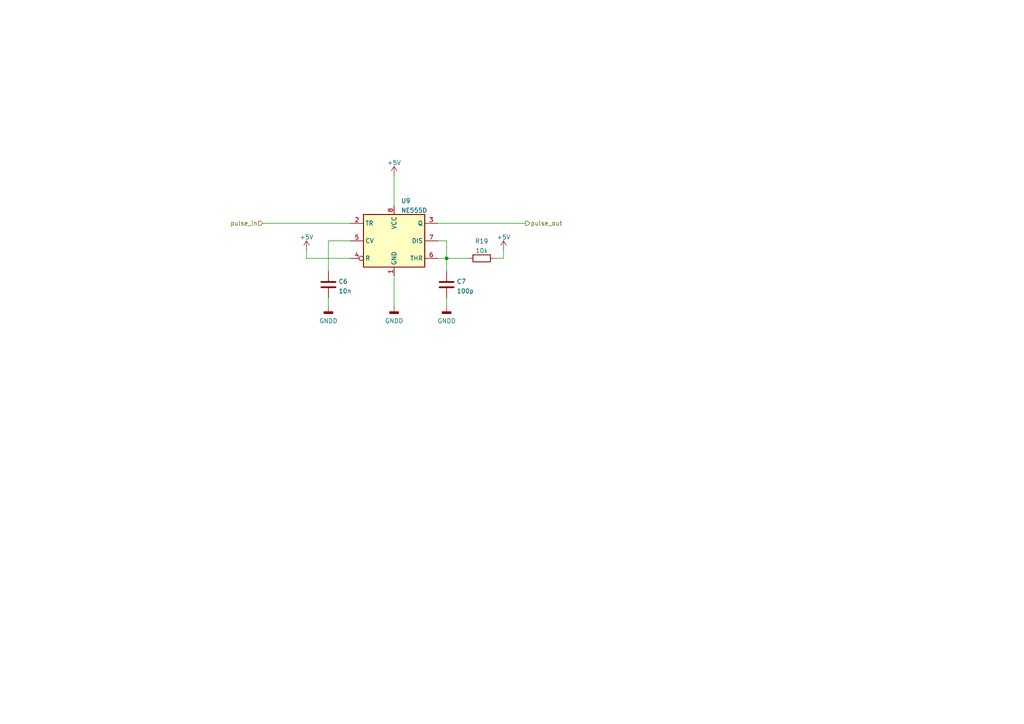
<source format=kicad_sch>
(kicad_sch (version 20211123) (generator eeschema)
  (paper "A4")
  (lib_symbols
    (symbol "Device:C" (pin_numbers hide) (pin_names (offset 0.254))
      (property "Reference" "C" (at 0.635 2.54 0))
      (property "Value" "C" (at 0.635 -2.54 0))
      (symbol "C_0_1"
        (polyline (pts (xy -2.032 -0.762) (xy 2.032 -0.762)) (stroke (width 0.508)))
        (polyline (pts (xy -2.032 0.762) (xy 2.032 0.762)) (stroke (width 0.508)))
      )
      (symbol "C_1_1"
        (pin passive line (at 0 3.81 270) (length 2.794) (name "~") (number "1"))
        (pin passive line (at 0 -3.81 90) (length 2.794) (name "~") (number "2"))
      )
    )
    (symbol "Device:R" (pin_numbers hide) (pin_names (offset 0))
      (property "Reference" "R" (at 2.032 0 90))
      (property "Value" "R" (at 0 0 90))
      (symbol "R_0_1"
        (rectangle (start -1.016 -2.54) (end 1.016 2.54) (stroke (width 0.254)))
      )
      (symbol "R_1_1"
        (pin passive line (at 0 3.81 270) (length 1.27) (name "~") (number "1"))
        (pin passive line (at 0 -3.81 90) (length 1.27) (name "~") (number "2"))
      )
    )
    (symbol "Timer:NE555D"
      (property "Reference" "U" (at -10.16 8.89 0))
      (property "Value" "NE555D" (at 2.54 8.89 0))
      (symbol "NE555D_0_0"
        (pin power_in line (at 0 -10.16 90) (length 2.54) (name "GND") (number "1"))
        (pin power_in line (at 0 10.16 270) (length 2.54) (name "VCC") (number "8"))
      )
      (symbol "NE555D_0_1"
        (rectangle (start -8.89 -7.62) (end 8.89 7.62) (stroke (width 0.254)) (fill (type background)))
        (rectangle (start -8.89 -7.62) (end 8.89 7.62) (stroke (width 0.254)) (fill (type background)))
      )
      (symbol "NE555D_1_1"
        (pin input line (at -12.7 5.08 0) (length 3.81) (name "TR") (number "2"))
        (pin output line (at 12.7 5.08 180) (length 3.81) (name "Q") (number "3"))
        (pin input inverted (at -12.7 -5.08 0) (length 3.81) (name "R") (number "4"))
        (pin input line (at -12.7 0 0) (length 3.81) (name "CV") (number "5"))
        (pin input line (at 12.7 -5.08 180) (length 3.81) (name "THR") (number "6"))
        (pin input line (at 12.7 0 180) (length 3.81) (name "DIS") (number "7"))
      )
    )
    (symbol "power:+5V" (power) (pin_names (offset 0))
      (property "Value" "+5V" (at 0 3.556 0))
      (symbol "+5V_0_1"
        (polyline (pts (xy -0.762 1.27) (xy 0 2.54)))
        (polyline (pts (xy 0 0) (xy 0 2.54)))
        (polyline (pts (xy 0 2.54) (xy 0.762 1.27)))
      )
      (symbol "+5V_1_1"
        (pin power_in line (at 0 0 90) (length 0) hide (name "+5V") (number "1"))
      )
    )
    (symbol "power:GNDD" (power) (pin_names (offset 0))
      (property "Value" "GNDD" (at 0 -3.175 0))
      (symbol "GNDD_0_1"
        (rectangle (start -1.27 -1.524) (end 1.27 -2.032) (stroke (width 0.254)) (fill (type outline)))
        (polyline (pts (xy 0 0) (xy 0 -1.524)))
      )
      (symbol "GNDD_1_1"
        (pin power_in line (at 0 0 270) (length 0) hide (name "GNDD") (number "1"))
      )
    )
  )
  (junction (at 129.54 74.93))
  (wire (pts (xy 129.54 74.93) (xy 129.54 78.74)))
  (wire (pts (xy 114.3 50.8) (xy 114.3 59.69)))
  (wire (pts (xy 143.51 74.93) (xy 146.05 74.93)))
  (wire (pts (xy 129.54 74.93) (xy 127 74.93)))
  (wire (pts (xy 127 64.77) (xy 152.4 64.77)))
  (wire (pts (xy 146.05 72.39) (xy 146.05 74.93)))
  (wire (pts (xy 88.9 72.39) (xy 88.9 74.93)))
  (wire (pts (xy 129.54 74.93) (xy 135.89 74.93)))
  (wire (pts (xy 129.54 86.36) (xy 129.54 88.9)))
  (wire (pts (xy 95.25 69.85) (xy 101.6 69.85)))
  (wire (pts (xy 95.25 86.36) (xy 95.25 88.9)))
  (wire (pts (xy 95.25 78.74) (xy 95.25 69.85)))
  (wire (pts (xy 127 69.85) (xy 129.54 69.85)))
  (wire (pts (xy 101.6 74.93) (xy 88.9 74.93)))
  (wire (pts (xy 114.3 80.01) (xy 114.3 88.9)))
  (wire (pts (xy 76.2 64.77) (xy 101.6 64.77)))
  (wire (pts (xy 129.54 69.85) (xy 129.54 74.93)))
  (hierarchical_label "pulse_out" (shape output) (at 152.4 64.77 0))
  (hierarchical_label "pulse_in" (shape input) (at 76.2 64.77 180))
  (symbol (lib_id "Device:C") (at 129.54 82.55 0) (unit 1)
    (property "Reference" "C7" (at 132.461 81.6415 0) (effects (justify left)))
    (property "Value" "100p" (at 132.461 84.4166 0) (effects (justify left)))
    (property "Footprint" "Custom Footprints:C_Disc_P2.54mm" (effects hide))
  )
  (symbol (lib_id "Timer:NE555D") (at 114.3 69.85 0) (unit 1)
    (property "Reference" "U9" (at 116.3194 58.2635 0) (effects (justify left)))
    (property "Value" "NE555D" (at 116.3194 61.0386 0) (effects (justify left)))
    (property "Footprint" "Custom Footprints:DIP-8_central_caps" (effects hide))
    (property "Datasheet" "http://www.ti.com/lit/ds/symlink/ne555.pdf" (effects hide))
  )
  (symbol (lib_id "power:GNDD") (at 95.25 88.9 0) (unit 1)
    (property "Reference" "#PWR019" (effects hide))
    (property "Value" "GNDD" (at 95.25 93.0815 0))
  )
  (symbol (lib_id "power:+5V") (at 146.05 72.39 0) (mirror y) (unit 1)
    (property "Reference" "#PWR023" (effects hide))
    (property "Value" "+5V" (at 146.05 68.7855 0))
  )
  (symbol (lib_id "Device:C") (at 95.25 82.55 0) (unit 1)
    (property "Reference" "C6" (at 98.171 81.6415 0) (effects (justify left)))
    (property "Value" "10n" (at 98.171 84.4166 0) (effects (justify left)))
    (property "Footprint" "Custom Footprints:C_Disc_P2.54mm" (effects hide))
  )
  (symbol (lib_id "power:GNDD") (at 114.3 88.9 0) (unit 1)
    (property "Reference" "#PWR021" (effects hide))
    (property "Value" "GNDD" (at 114.3 93.0815 0))
  )
  (symbol (lib_id "power:GNDD") (at 129.54 88.9 0) (unit 1)
    (property "Reference" "#PWR022" (effects hide))
    (property "Value" "GNDD" (at 129.54 93.0815 0))
  )
  (symbol (lib_id "power:+5V") (at 114.3 50.8 0) (unit 1)
    (property "Reference" "#PWR020" (effects hide))
    (property "Value" "+5V" (at 114.3 47.1955 0))
  )
  (symbol (lib_id "power:+5V") (at 88.9 72.39 0) (unit 1)
    (property "Reference" "#PWR018" (effects hide))
    (property "Value" "+5V" (at 88.9 68.7855 0))
  )
  (symbol (lib_id "Device:R") (at 139.7 74.93 90) (unit 1)
    (property "Reference" "R19" (at 139.7 69.9475 90))
    (property "Value" "10k" (at 139.7 72.7226 90))
    (property "Footprint" "Resistor_THT:R_Axial_DIN0207_L6.3mm_D2.5mm_P10.16mm_Horizontal" (effects hide))
  )
)
</source>
